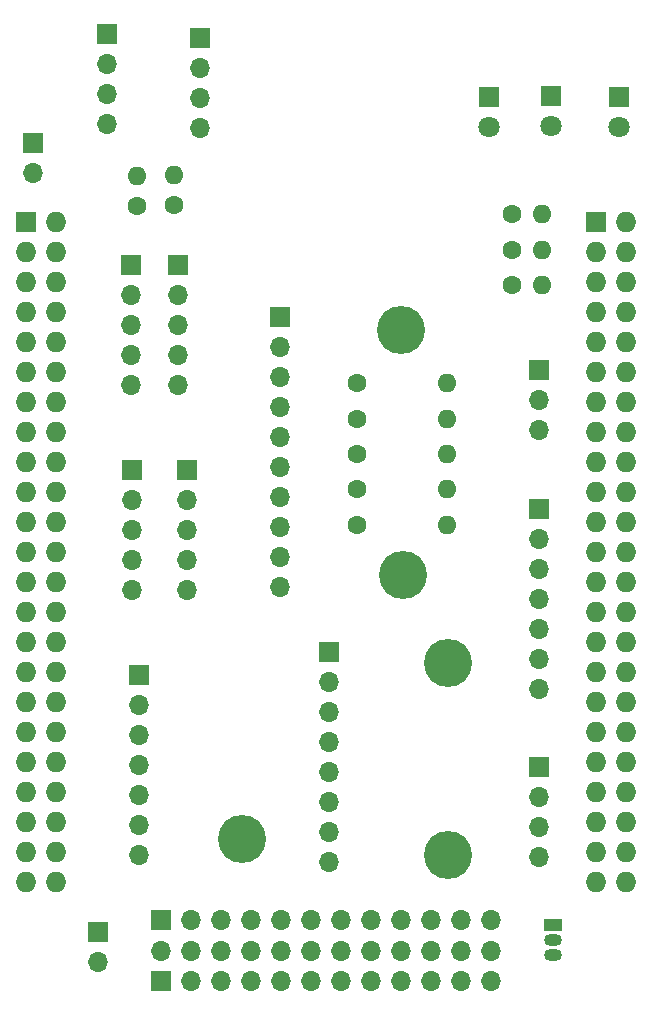
<source format=gbs>
G04 #@! TF.GenerationSoftware,KiCad,Pcbnew,(5.1.12)-1*
G04 #@! TF.CreationDate,2022-05-09T10:01:21-03:00*
G04 #@! TF.ProjectId,BBBMINI_PCB_V2,4242424d-494e-4495-9f50-43425f56322e,rev?*
G04 #@! TF.SameCoordinates,Original*
G04 #@! TF.FileFunction,Soldermask,Bot*
G04 #@! TF.FilePolarity,Negative*
%FSLAX46Y46*%
G04 Gerber Fmt 4.6, Leading zero omitted, Abs format (unit mm)*
G04 Created by KiCad (PCBNEW (5.1.12)-1) date 2022-05-09 10:01:21*
%MOMM*%
%LPD*%
G01*
G04 APERTURE LIST*
%ADD10C,1.800000*%
%ADD11R,1.800000X1.800000*%
%ADD12O,1.600000X1.600000*%
%ADD13C,1.600000*%
%ADD14C,4.064000*%
%ADD15O,1.700000X1.700000*%
%ADD16R,1.700000X1.700000*%
%ADD17R,1.500000X1.050000*%
%ADD18O,1.500000X1.050000*%
%ADD19R,1.727200X1.727200*%
%ADD20O,1.727200X1.727200*%
G04 APERTURE END LIST*
D10*
X166620000Y-54352400D03*
D11*
X166620000Y-51812400D03*
D10*
X160840000Y-54282400D03*
D11*
X160840000Y-51742400D03*
D10*
X155570000Y-54352400D03*
D11*
X155570000Y-51812400D03*
D12*
X160120000Y-67762400D03*
D13*
X157580000Y-67762400D03*
D12*
X160120000Y-64812400D03*
D13*
X157580000Y-64812400D03*
D12*
X160120000Y-61772400D03*
D13*
X157580000Y-61772400D03*
D14*
X134660000Y-114682000D03*
X152110000Y-116012000D03*
X152100000Y-99722400D03*
X148170000Y-71562400D03*
X148280000Y-92342400D03*
D15*
X123230000Y-54112400D03*
X123230000Y-51572400D03*
X123230000Y-49032400D03*
D16*
X123230000Y-46492400D03*
D15*
X159840000Y-101932400D03*
X159840000Y-99392400D03*
X159840000Y-96852400D03*
X159840000Y-94312400D03*
X159840000Y-91772400D03*
X159840000Y-89232400D03*
D16*
X159840000Y-86692400D03*
D12*
X125830000Y-58482400D03*
D13*
X125830000Y-61022400D03*
D12*
X128920000Y-58462400D03*
D13*
X128920000Y-61002400D03*
D15*
X122480000Y-125072000D03*
D16*
X122480000Y-122532000D03*
D17*
X161040000Y-121922000D03*
D18*
X161040000Y-124462000D03*
X161040000Y-123192000D03*
D12*
X152020000Y-88062400D03*
D13*
X144400000Y-88062400D03*
D15*
X159790000Y-80032400D03*
X159790000Y-77492400D03*
D16*
X159790000Y-74952400D03*
D12*
X152020000Y-85062400D03*
D13*
X144400000Y-85062400D03*
D12*
X152020000Y-82072400D03*
D13*
X144400000Y-82072400D03*
D12*
X152020000Y-79062400D03*
D13*
X144400000Y-79062400D03*
D12*
X152020000Y-76062400D03*
D13*
X144400000Y-76062400D03*
D15*
X159810000Y-116182000D03*
X159810000Y-113642000D03*
X159810000Y-111102000D03*
D16*
X159810000Y-108562000D03*
D15*
X142030000Y-116612400D03*
X142030000Y-114072400D03*
X142030000Y-111532400D03*
X142030000Y-108992400D03*
X142030000Y-106452400D03*
X142030000Y-103912400D03*
X142030000Y-101372400D03*
D16*
X142030000Y-98832400D03*
D15*
X131150000Y-54422400D03*
X131150000Y-51882400D03*
X131150000Y-49342400D03*
D16*
X131150000Y-46802400D03*
D15*
X137860000Y-93362400D03*
X137860000Y-90822400D03*
X137860000Y-88282400D03*
X137860000Y-85742400D03*
X137860000Y-83202400D03*
X137860000Y-80662400D03*
X137860000Y-78122400D03*
X137860000Y-75582400D03*
X137860000Y-73042400D03*
D16*
X137860000Y-70502400D03*
D15*
X125980000Y-115982000D03*
X125980000Y-113442000D03*
X125980000Y-110902000D03*
X125980000Y-108362000D03*
X125980000Y-105822000D03*
X125980000Y-103282000D03*
D16*
X125980000Y-100742000D03*
D15*
X130060000Y-93552400D03*
X130060000Y-91012400D03*
X130060000Y-88472400D03*
X130060000Y-85932400D03*
D16*
X130060000Y-83392400D03*
D15*
X125410000Y-93552400D03*
X125410000Y-91012400D03*
X125410000Y-88472400D03*
X125410000Y-85932400D03*
D16*
X125410000Y-83392400D03*
D15*
X129230000Y-76252400D03*
X129230000Y-73712400D03*
X129230000Y-71172400D03*
X129230000Y-68632400D03*
D16*
X129230000Y-66092400D03*
D15*
X125320000Y-76222400D03*
X125320000Y-73682400D03*
X125320000Y-71142400D03*
X125320000Y-68602400D03*
D16*
X125320000Y-66062400D03*
D15*
X117010000Y-58232400D03*
D16*
X117010000Y-55692400D03*
D15*
X155750000Y-124122000D03*
X155750000Y-126662000D03*
X153210000Y-124122000D03*
X153210000Y-126662000D03*
X150670000Y-124122000D03*
X150670000Y-126662000D03*
X148130000Y-124122000D03*
X148130000Y-126662000D03*
X145590000Y-124122000D03*
X145590000Y-126662000D03*
X143050000Y-124122000D03*
X143050000Y-126662000D03*
X140510000Y-124122000D03*
X140510000Y-126662000D03*
X137970000Y-124122000D03*
X137970000Y-126662000D03*
X135430000Y-124122000D03*
X135430000Y-126662000D03*
X132890000Y-124122000D03*
X132890000Y-126662000D03*
X130350000Y-124122000D03*
X130350000Y-126662000D03*
X127810000Y-124122000D03*
D16*
X127810000Y-126662000D03*
D15*
X155760000Y-121502000D03*
X153220000Y-121502000D03*
X150680000Y-121502000D03*
X148140000Y-121502000D03*
X145600000Y-121502000D03*
X143060000Y-121502000D03*
X140520000Y-121502000D03*
X137980000Y-121502000D03*
X135440000Y-121502000D03*
X132900000Y-121502000D03*
X130360000Y-121502000D03*
D16*
X127820000Y-121502000D03*
D19*
X164630000Y-62382400D03*
D20*
X167170000Y-62382400D03*
X164630000Y-64922400D03*
X167170000Y-64922400D03*
X164630000Y-67462400D03*
X167170000Y-67462400D03*
X164630000Y-70002400D03*
X167170000Y-70002400D03*
X164630000Y-72542400D03*
X167170000Y-72542400D03*
X164630000Y-75082400D03*
X167170000Y-75082400D03*
X164630000Y-77622400D03*
X167170000Y-77622400D03*
X164630000Y-80162400D03*
X167170000Y-80162400D03*
X164630000Y-82702400D03*
X167170000Y-82702400D03*
X164630000Y-85242400D03*
X167170000Y-85242400D03*
X164630000Y-87782400D03*
X167170000Y-87782400D03*
X164630000Y-90322400D03*
X167170000Y-90322400D03*
X164630000Y-92862400D03*
X167170000Y-92862400D03*
X164630000Y-95402400D03*
X167170000Y-95402400D03*
X164630000Y-97942400D03*
X167170000Y-97942400D03*
X164630000Y-100482400D03*
X167170000Y-100482400D03*
X164630000Y-103022400D03*
X167170000Y-103022400D03*
X164630000Y-105562400D03*
X167170000Y-105562400D03*
X164630000Y-108102400D03*
X167170000Y-108102400D03*
X164630000Y-110642400D03*
X167170000Y-110642400D03*
X164630000Y-113182400D03*
X167170000Y-113182400D03*
X164630000Y-115722400D03*
X167170000Y-115722400D03*
X164630000Y-118262400D03*
X167170000Y-118262400D03*
D19*
X116370000Y-62382400D03*
D20*
X118910000Y-62382400D03*
X116370000Y-64922400D03*
X118910000Y-64922400D03*
X116370000Y-67462400D03*
X118910000Y-67462400D03*
X116370000Y-70002400D03*
X118910000Y-70002400D03*
X116370000Y-72542400D03*
X118910000Y-72542400D03*
X116370000Y-75082400D03*
X118910000Y-75082400D03*
X116370000Y-77622400D03*
X118910000Y-77622400D03*
X116370000Y-80162400D03*
X118910000Y-80162400D03*
X116370000Y-82702400D03*
X118910000Y-82702400D03*
X116370000Y-85242400D03*
X118910000Y-85242400D03*
X116370000Y-87782400D03*
X118910000Y-87782400D03*
X116370000Y-90322400D03*
X118910000Y-90322400D03*
X116370000Y-92862400D03*
X118910000Y-92862400D03*
X116370000Y-95402400D03*
X118910000Y-95402400D03*
X116370000Y-97942400D03*
X118910000Y-97942400D03*
X116370000Y-100482400D03*
X118910000Y-100482400D03*
X116370000Y-103022400D03*
X118910000Y-103022400D03*
X116370000Y-105562400D03*
X118910000Y-105562400D03*
X116370000Y-108102400D03*
X118910000Y-108102400D03*
X116370000Y-110642400D03*
X118910000Y-110642400D03*
X116370000Y-113182400D03*
X118910000Y-113182400D03*
X116370000Y-115722400D03*
X118910000Y-115722400D03*
X116370000Y-118262400D03*
X118910000Y-118262400D03*
M02*

</source>
